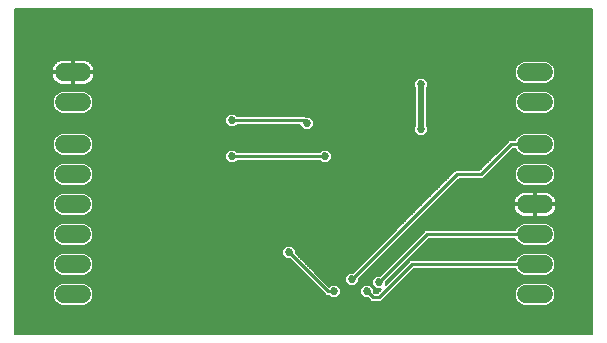
<source format=gbl>
G75*
%MOIN*%
%OFA0B0*%
%FSLAX25Y25*%
%IPPOS*%
%LPD*%
%AMOC8*
5,1,8,0,0,1.08239X$1,22.5*
%
%ADD10C,0.05906*%
%ADD11C,0.00600*%
%ADD12C,0.02700*%
%ADD13C,0.02000*%
%ADD14C,0.01000*%
D10*
X0019347Y0016300D02*
X0025253Y0016300D01*
X0025253Y0026300D02*
X0019347Y0026300D01*
X0019347Y0036300D02*
X0025253Y0036300D01*
X0025253Y0046300D02*
X0019347Y0046300D01*
X0019347Y0056300D02*
X0025253Y0056300D01*
X0025253Y0066300D02*
X0019347Y0066300D01*
X0019347Y0080300D02*
X0025253Y0080300D01*
X0025253Y0090300D02*
X0019347Y0090300D01*
X0173347Y0090300D02*
X0179253Y0090300D01*
X0179253Y0080300D02*
X0173347Y0080300D01*
X0173347Y0066300D02*
X0179253Y0066300D01*
X0179253Y0056300D02*
X0173347Y0056300D01*
X0173347Y0046300D02*
X0179253Y0046300D01*
X0179253Y0036300D02*
X0173347Y0036300D01*
X0173347Y0026300D02*
X0179253Y0026300D01*
X0179253Y0016300D02*
X0173347Y0016300D01*
D11*
X0003100Y0003100D02*
X0003100Y0111300D01*
X0195201Y0111300D01*
X0195201Y0003100D01*
X0003100Y0003100D01*
X0003100Y0003694D02*
X0195201Y0003694D01*
X0195201Y0004293D02*
X0003100Y0004293D01*
X0003100Y0004891D02*
X0195201Y0004891D01*
X0195201Y0005490D02*
X0003100Y0005490D01*
X0003100Y0006088D02*
X0195201Y0006088D01*
X0195201Y0006687D02*
X0003100Y0006687D01*
X0003100Y0007285D02*
X0195201Y0007285D01*
X0195201Y0007884D02*
X0003100Y0007884D01*
X0003100Y0008482D02*
X0195201Y0008482D01*
X0195201Y0009081D02*
X0003100Y0009081D01*
X0003100Y0009679D02*
X0195201Y0009679D01*
X0195201Y0010278D02*
X0003100Y0010278D01*
X0003100Y0010876D02*
X0195201Y0010876D01*
X0195201Y0011475D02*
X0003100Y0011475D01*
X0003100Y0012073D02*
X0195201Y0012073D01*
X0195201Y0012672D02*
X0180561Y0012672D01*
X0180019Y0012447D02*
X0181435Y0013034D01*
X0182519Y0014118D01*
X0183105Y0015534D01*
X0183105Y0017066D01*
X0182519Y0018482D01*
X0181435Y0019566D01*
X0180019Y0020153D01*
X0172581Y0020153D01*
X0171165Y0019566D01*
X0170081Y0018482D01*
X0169494Y0017066D01*
X0169494Y0015534D01*
X0170081Y0014118D01*
X0171165Y0013034D01*
X0172581Y0012447D01*
X0180019Y0012447D01*
X0181672Y0013270D02*
X0195201Y0013270D01*
X0195201Y0013869D02*
X0182270Y0013869D01*
X0182664Y0014467D02*
X0195201Y0014467D01*
X0195201Y0015066D02*
X0182912Y0015066D01*
X0183105Y0015664D02*
X0195201Y0015664D01*
X0195201Y0016263D02*
X0183105Y0016263D01*
X0183105Y0016861D02*
X0195201Y0016861D01*
X0195201Y0017460D02*
X0182943Y0017460D01*
X0182695Y0018058D02*
X0195201Y0018058D01*
X0195201Y0018657D02*
X0182345Y0018657D01*
X0181746Y0019255D02*
X0195201Y0019255D01*
X0195201Y0019854D02*
X0180741Y0019854D01*
X0180019Y0022447D02*
X0181435Y0023034D01*
X0182519Y0024118D01*
X0183105Y0025534D01*
X0183105Y0027066D01*
X0182519Y0028482D01*
X0181435Y0029566D01*
X0180019Y0030153D01*
X0172581Y0030153D01*
X0171165Y0029566D01*
X0170081Y0028482D01*
X0169757Y0027700D01*
X0134720Y0027700D01*
X0133900Y0026880D01*
X0126550Y0019530D01*
X0126550Y0020570D01*
X0140880Y0034900D01*
X0169757Y0034900D01*
X0170081Y0034118D01*
X0171165Y0033034D01*
X0172581Y0032447D01*
X0180019Y0032447D01*
X0181435Y0033034D01*
X0182519Y0034118D01*
X0183105Y0035534D01*
X0183105Y0037066D01*
X0182519Y0038482D01*
X0181435Y0039566D01*
X0180019Y0040153D01*
X0172581Y0040153D01*
X0171165Y0039566D01*
X0170081Y0038482D01*
X0169757Y0037700D01*
X0139720Y0037700D01*
X0138900Y0036880D01*
X0124570Y0022550D01*
X0123368Y0022550D01*
X0122050Y0021232D01*
X0122050Y0019368D01*
X0123368Y0018050D01*
X0125070Y0018050D01*
X0123720Y0016700D01*
X0122880Y0016700D01*
X0122550Y0017030D01*
X0122550Y0018232D01*
X0121232Y0019550D01*
X0119368Y0019550D01*
X0118050Y0018232D01*
X0118050Y0016368D01*
X0119368Y0015050D01*
X0120570Y0015050D01*
X0120900Y0014720D01*
X0121720Y0013900D01*
X0124880Y0013900D01*
X0135880Y0024900D01*
X0169757Y0024900D01*
X0170081Y0024118D01*
X0171165Y0023034D01*
X0172581Y0022447D01*
X0180019Y0022447D01*
X0180983Y0022846D02*
X0195201Y0022846D01*
X0195201Y0022248D02*
X0133228Y0022248D01*
X0133826Y0022846D02*
X0171617Y0022846D01*
X0170754Y0023445D02*
X0134425Y0023445D01*
X0135023Y0024043D02*
X0170155Y0024043D01*
X0169864Y0024642D02*
X0135622Y0024642D01*
X0132859Y0025839D02*
X0131819Y0025839D01*
X0132261Y0025240D02*
X0131220Y0025240D01*
X0131662Y0024642D02*
X0130622Y0024642D01*
X0131064Y0024043D02*
X0130023Y0024043D01*
X0130465Y0023445D02*
X0129425Y0023445D01*
X0129867Y0022846D02*
X0128826Y0022846D01*
X0129268Y0022248D02*
X0128228Y0022248D01*
X0128670Y0021649D02*
X0127629Y0021649D01*
X0128071Y0021051D02*
X0127031Y0021051D01*
X0127472Y0020452D02*
X0126550Y0020452D01*
X0126550Y0019854D02*
X0126874Y0019854D01*
X0129637Y0018657D02*
X0170255Y0018657D01*
X0169905Y0018058D02*
X0129038Y0018058D01*
X0128440Y0017460D02*
X0169657Y0017460D01*
X0169494Y0016861D02*
X0127841Y0016861D01*
X0127243Y0016263D02*
X0169494Y0016263D01*
X0169494Y0015664D02*
X0126644Y0015664D01*
X0126046Y0015066D02*
X0169688Y0015066D01*
X0169936Y0014467D02*
X0125447Y0014467D01*
X0123881Y0016861D02*
X0122719Y0016861D01*
X0122550Y0017460D02*
X0124480Y0017460D01*
X0123360Y0018058D02*
X0122550Y0018058D01*
X0122761Y0018657D02*
X0122125Y0018657D01*
X0122163Y0019255D02*
X0121527Y0019255D01*
X0122050Y0019854D02*
X0117036Y0019854D01*
X0117550Y0020368D02*
X0116232Y0019050D01*
X0114368Y0019050D01*
X0113050Y0020368D01*
X0113050Y0022232D01*
X0114368Y0023550D01*
X0115570Y0023550D01*
X0149720Y0057700D01*
X0157720Y0057700D01*
X0166900Y0066880D01*
X0166900Y0066880D01*
X0167720Y0067700D01*
X0169757Y0067700D01*
X0170081Y0068482D01*
X0171165Y0069566D01*
X0172581Y0070153D01*
X0180019Y0070153D01*
X0181435Y0069566D01*
X0182519Y0068482D01*
X0183105Y0067066D01*
X0183105Y0065534D01*
X0182519Y0064118D01*
X0181435Y0063034D01*
X0180019Y0062447D01*
X0172581Y0062447D01*
X0171165Y0063034D01*
X0170081Y0064118D01*
X0169757Y0064900D01*
X0168880Y0064900D01*
X0158880Y0054900D01*
X0150880Y0054900D01*
X0117550Y0021570D01*
X0117550Y0020368D01*
X0117550Y0020452D02*
X0122050Y0020452D01*
X0122050Y0021051D02*
X0117550Y0021051D01*
X0117629Y0021649D02*
X0122467Y0021649D01*
X0123066Y0022248D02*
X0118228Y0022248D01*
X0118826Y0022846D02*
X0124867Y0022846D01*
X0125465Y0023445D02*
X0119425Y0023445D01*
X0120023Y0024043D02*
X0126064Y0024043D01*
X0126662Y0024642D02*
X0120622Y0024642D01*
X0121220Y0025240D02*
X0127261Y0025240D01*
X0127859Y0025839D02*
X0121819Y0025839D01*
X0122417Y0026437D02*
X0128458Y0026437D01*
X0129056Y0027036D02*
X0123016Y0027036D01*
X0123614Y0027634D02*
X0129655Y0027634D01*
X0130253Y0028233D02*
X0124213Y0028233D01*
X0124811Y0028832D02*
X0130852Y0028832D01*
X0131450Y0029430D02*
X0125410Y0029430D01*
X0126008Y0030029D02*
X0132049Y0030029D01*
X0132647Y0030627D02*
X0126607Y0030627D01*
X0127205Y0031226D02*
X0133246Y0031226D01*
X0133844Y0031824D02*
X0127804Y0031824D01*
X0128402Y0032423D02*
X0134443Y0032423D01*
X0135041Y0033021D02*
X0129001Y0033021D01*
X0129600Y0033620D02*
X0135640Y0033620D01*
X0136238Y0034218D02*
X0130198Y0034218D01*
X0130797Y0034817D02*
X0136837Y0034817D01*
X0137435Y0035415D02*
X0131395Y0035415D01*
X0131994Y0036014D02*
X0138034Y0036014D01*
X0138632Y0036612D02*
X0132592Y0036612D01*
X0133191Y0037211D02*
X0139231Y0037211D01*
X0140797Y0034817D02*
X0169791Y0034817D01*
X0170039Y0034218D02*
X0140198Y0034218D01*
X0139600Y0033620D02*
X0170579Y0033620D01*
X0171195Y0033021D02*
X0139001Y0033021D01*
X0138402Y0032423D02*
X0195201Y0032423D01*
X0195201Y0033021D02*
X0181405Y0033021D01*
X0182021Y0033620D02*
X0195201Y0033620D01*
X0195201Y0034218D02*
X0182561Y0034218D01*
X0182809Y0034817D02*
X0195201Y0034817D01*
X0195201Y0035415D02*
X0183056Y0035415D01*
X0183105Y0036014D02*
X0195201Y0036014D01*
X0195201Y0036612D02*
X0183105Y0036612D01*
X0183046Y0037211D02*
X0195201Y0037211D01*
X0195201Y0037809D02*
X0182798Y0037809D01*
X0182550Y0038408D02*
X0195201Y0038408D01*
X0195201Y0039006D02*
X0181995Y0039006D01*
X0181342Y0039605D02*
X0195201Y0039605D01*
X0195201Y0040203D02*
X0136183Y0040203D01*
X0135585Y0039605D02*
X0171258Y0039605D01*
X0170605Y0039006D02*
X0134986Y0039006D01*
X0134388Y0038408D02*
X0170050Y0038408D01*
X0169802Y0037809D02*
X0133789Y0037809D01*
X0131625Y0039605D02*
X0027342Y0039605D01*
X0027435Y0039566D02*
X0026019Y0040153D01*
X0018581Y0040153D01*
X0017165Y0039566D01*
X0016081Y0038482D01*
X0015494Y0037066D01*
X0015494Y0035534D01*
X0016081Y0034118D01*
X0017165Y0033034D01*
X0018581Y0032447D01*
X0026019Y0032447D01*
X0027435Y0033034D01*
X0028519Y0034118D01*
X0029105Y0035534D01*
X0029105Y0037066D01*
X0028519Y0038482D01*
X0027435Y0039566D01*
X0027995Y0039006D02*
X0131026Y0039006D01*
X0130428Y0038408D02*
X0028550Y0038408D01*
X0028798Y0037809D02*
X0129829Y0037809D01*
X0129231Y0037211D02*
X0029046Y0037211D01*
X0029105Y0036612D02*
X0128632Y0036612D01*
X0128034Y0036014D02*
X0029105Y0036014D01*
X0029056Y0035415D02*
X0127435Y0035415D01*
X0126837Y0034817D02*
X0028809Y0034817D01*
X0028561Y0034218D02*
X0126238Y0034218D01*
X0125640Y0033620D02*
X0028021Y0033620D01*
X0027405Y0033021D02*
X0125041Y0033021D01*
X0124443Y0032423D02*
X0095359Y0032423D01*
X0095232Y0032550D02*
X0093368Y0032550D01*
X0092050Y0031232D01*
X0092050Y0029368D01*
X0093368Y0028050D01*
X0094570Y0028050D01*
X0105900Y0016720D01*
X0106720Y0015900D01*
X0107518Y0015900D01*
X0108368Y0015050D01*
X0110232Y0015050D01*
X0111550Y0016368D01*
X0111550Y0018232D01*
X0110232Y0019550D01*
X0108368Y0019550D01*
X0107699Y0018881D01*
X0096550Y0030030D01*
X0096550Y0031232D01*
X0095232Y0032550D01*
X0095958Y0031824D02*
X0123844Y0031824D01*
X0123246Y0031226D02*
X0096550Y0031226D01*
X0096550Y0030627D02*
X0122647Y0030627D01*
X0122049Y0030029D02*
X0096551Y0030029D01*
X0097150Y0029430D02*
X0121450Y0029430D01*
X0120852Y0028832D02*
X0097748Y0028832D01*
X0098347Y0028233D02*
X0120253Y0028233D01*
X0119655Y0027634D02*
X0098945Y0027634D01*
X0099544Y0027036D02*
X0119056Y0027036D01*
X0118458Y0026437D02*
X0100142Y0026437D01*
X0100741Y0025839D02*
X0117859Y0025839D01*
X0117261Y0025240D02*
X0101339Y0025240D01*
X0101938Y0024642D02*
X0116662Y0024642D01*
X0116064Y0024043D02*
X0102536Y0024043D01*
X0103135Y0023445D02*
X0114263Y0023445D01*
X0113664Y0022846D02*
X0103733Y0022846D01*
X0104332Y0022248D02*
X0113066Y0022248D01*
X0113050Y0021649D02*
X0104930Y0021649D01*
X0105529Y0021051D02*
X0113050Y0021051D01*
X0113050Y0020452D02*
X0106128Y0020452D01*
X0106726Y0019854D02*
X0113564Y0019854D01*
X0114163Y0019255D02*
X0110527Y0019255D01*
X0111125Y0018657D02*
X0118475Y0018657D01*
X0118050Y0018058D02*
X0111550Y0018058D01*
X0111550Y0017460D02*
X0118050Y0017460D01*
X0118050Y0016861D02*
X0111550Y0016861D01*
X0111445Y0016263D02*
X0118155Y0016263D01*
X0118754Y0015664D02*
X0110846Y0015664D01*
X0110248Y0015066D02*
X0119352Y0015066D01*
X0121153Y0014467D02*
X0028664Y0014467D01*
X0028519Y0014118D02*
X0029105Y0015534D01*
X0029105Y0017066D01*
X0028519Y0018482D01*
X0027435Y0019566D01*
X0026019Y0020153D01*
X0018581Y0020153D01*
X0017165Y0019566D01*
X0016081Y0018482D01*
X0015494Y0017066D01*
X0015494Y0015534D01*
X0016081Y0014118D01*
X0017165Y0013034D01*
X0018581Y0012447D01*
X0026019Y0012447D01*
X0027435Y0013034D01*
X0028519Y0014118D01*
X0028270Y0013869D02*
X0170330Y0013869D01*
X0170928Y0013270D02*
X0027672Y0013270D01*
X0026561Y0012672D02*
X0172039Y0012672D01*
X0170854Y0019255D02*
X0130235Y0019255D01*
X0130834Y0019854D02*
X0171859Y0019854D01*
X0181846Y0023445D02*
X0195201Y0023445D01*
X0195201Y0024043D02*
X0182445Y0024043D01*
X0182736Y0024642D02*
X0195201Y0024642D01*
X0195201Y0025240D02*
X0182984Y0025240D01*
X0183105Y0025839D02*
X0195201Y0025839D01*
X0195201Y0026437D02*
X0183105Y0026437D01*
X0183105Y0027036D02*
X0195201Y0027036D01*
X0195201Y0027634D02*
X0182870Y0027634D01*
X0182622Y0028233D02*
X0195201Y0028233D01*
X0195201Y0028832D02*
X0182170Y0028832D01*
X0181571Y0029430D02*
X0195201Y0029430D01*
X0195201Y0030029D02*
X0180319Y0030029D01*
X0172281Y0030029D02*
X0136008Y0030029D01*
X0136607Y0030627D02*
X0195201Y0030627D01*
X0195201Y0031226D02*
X0137205Y0031226D01*
X0137804Y0031824D02*
X0195201Y0031824D01*
X0195201Y0040802D02*
X0136782Y0040802D01*
X0137380Y0041400D02*
X0195201Y0041400D01*
X0195201Y0041999D02*
X0137979Y0041999D01*
X0138577Y0042597D02*
X0171247Y0042597D01*
X0171118Y0042663D02*
X0171715Y0042359D01*
X0172351Y0042152D01*
X0173013Y0042047D01*
X0176000Y0042047D01*
X0176000Y0046000D01*
X0176600Y0046000D01*
X0176600Y0046600D01*
X0176000Y0046600D01*
X0176000Y0050553D01*
X0173013Y0050553D01*
X0172351Y0050448D01*
X0171715Y0050241D01*
X0171118Y0049937D01*
X0170577Y0049544D01*
X0170103Y0049070D01*
X0169710Y0048529D01*
X0169406Y0047932D01*
X0169199Y0047296D01*
X0169094Y0046635D01*
X0169094Y0046600D01*
X0176000Y0046600D01*
X0176000Y0046000D01*
X0169094Y0046000D01*
X0169094Y0045965D01*
X0169199Y0045304D01*
X0169406Y0044667D01*
X0169710Y0044071D01*
X0170103Y0043530D01*
X0170577Y0043056D01*
X0171118Y0042663D01*
X0170437Y0043196D02*
X0139176Y0043196D01*
X0139774Y0043794D02*
X0169911Y0043794D01*
X0169546Y0044393D02*
X0140373Y0044393D01*
X0140971Y0044991D02*
X0169301Y0044991D01*
X0169154Y0045590D02*
X0141570Y0045590D01*
X0142168Y0046188D02*
X0176000Y0046188D01*
X0176000Y0045590D02*
X0176600Y0045590D01*
X0176600Y0046000D02*
X0176600Y0042047D01*
X0179587Y0042047D01*
X0180249Y0042152D01*
X0180885Y0042359D01*
X0181482Y0042663D01*
X0182023Y0043056D01*
X0182497Y0043530D01*
X0182890Y0044071D01*
X0183194Y0044667D01*
X0183401Y0045304D01*
X0183505Y0045965D01*
X0183505Y0046000D01*
X0176600Y0046000D01*
X0176600Y0046188D02*
X0195201Y0046188D01*
X0195201Y0045590D02*
X0183446Y0045590D01*
X0183299Y0044991D02*
X0195201Y0044991D01*
X0195201Y0044393D02*
X0183054Y0044393D01*
X0182689Y0043794D02*
X0195201Y0043794D01*
X0195201Y0043196D02*
X0182163Y0043196D01*
X0181353Y0042597D02*
X0195201Y0042597D01*
X0195201Y0046787D02*
X0183481Y0046787D01*
X0183505Y0046635D02*
X0183401Y0047296D01*
X0183194Y0047932D01*
X0182890Y0048529D01*
X0182497Y0049070D01*
X0182023Y0049544D01*
X0181482Y0049937D01*
X0180885Y0050241D01*
X0180249Y0050448D01*
X0179587Y0050553D01*
X0176600Y0050553D01*
X0176600Y0046600D01*
X0183505Y0046600D01*
X0183505Y0046635D01*
X0183372Y0047385D02*
X0195201Y0047385D01*
X0195201Y0047984D02*
X0183168Y0047984D01*
X0182851Y0048582D02*
X0195201Y0048582D01*
X0195201Y0049181D02*
X0182386Y0049181D01*
X0181699Y0049779D02*
X0195201Y0049779D01*
X0195201Y0050378D02*
X0180464Y0050378D01*
X0180019Y0052447D02*
X0181435Y0053034D01*
X0182519Y0054118D01*
X0183105Y0055534D01*
X0183105Y0057066D01*
X0182519Y0058482D01*
X0181435Y0059566D01*
X0180019Y0060153D01*
X0172581Y0060153D01*
X0171165Y0059566D01*
X0170081Y0058482D01*
X0169494Y0057066D01*
X0169494Y0055534D01*
X0170081Y0054118D01*
X0171165Y0053034D01*
X0172581Y0052447D01*
X0180019Y0052447D01*
X0180803Y0052772D02*
X0195201Y0052772D01*
X0195201Y0053370D02*
X0181772Y0053370D01*
X0182370Y0053969D02*
X0195201Y0053969D01*
X0195201Y0054568D02*
X0182705Y0054568D01*
X0182953Y0055166D02*
X0195201Y0055166D01*
X0195201Y0055765D02*
X0183105Y0055765D01*
X0183105Y0056363D02*
X0195201Y0056363D01*
X0195201Y0056962D02*
X0183105Y0056962D01*
X0182901Y0057560D02*
X0195201Y0057560D01*
X0195201Y0058159D02*
X0182653Y0058159D01*
X0182244Y0058757D02*
X0195201Y0058757D01*
X0195201Y0059356D02*
X0181646Y0059356D01*
X0180499Y0059954D02*
X0195201Y0059954D01*
X0195201Y0060553D02*
X0164533Y0060553D01*
X0165131Y0061151D02*
X0195201Y0061151D01*
X0195201Y0061750D02*
X0165730Y0061750D01*
X0166328Y0062348D02*
X0195201Y0062348D01*
X0195201Y0062947D02*
X0181225Y0062947D01*
X0181947Y0063545D02*
X0195201Y0063545D01*
X0195201Y0064144D02*
X0182530Y0064144D01*
X0182778Y0064742D02*
X0195201Y0064742D01*
X0195201Y0065341D02*
X0183026Y0065341D01*
X0183105Y0065939D02*
X0195201Y0065939D01*
X0195201Y0066538D02*
X0183105Y0066538D01*
X0183077Y0067136D02*
X0195201Y0067136D01*
X0195201Y0067735D02*
X0182829Y0067735D01*
X0182581Y0068333D02*
X0195201Y0068333D01*
X0195201Y0068932D02*
X0182070Y0068932D01*
X0181471Y0069530D02*
X0195201Y0069530D01*
X0195201Y0070129D02*
X0180077Y0070129D01*
X0172523Y0070129D02*
X0140311Y0070129D01*
X0140550Y0070368D02*
X0139232Y0069050D01*
X0137368Y0069050D01*
X0136050Y0070368D01*
X0136050Y0072232D01*
X0136400Y0072582D01*
X0136400Y0085018D01*
X0136050Y0085368D01*
X0136050Y0087232D01*
X0137368Y0088550D01*
X0139232Y0088550D01*
X0140550Y0087232D01*
X0140550Y0085368D01*
X0140200Y0085018D01*
X0140200Y0072582D01*
X0140550Y0072232D01*
X0140550Y0070368D01*
X0140550Y0070727D02*
X0195201Y0070727D01*
X0195201Y0071326D02*
X0140550Y0071326D01*
X0140550Y0071924D02*
X0195201Y0071924D01*
X0195201Y0072523D02*
X0140259Y0072523D01*
X0140200Y0073121D02*
X0195201Y0073121D01*
X0195201Y0073720D02*
X0140200Y0073720D01*
X0140200Y0074318D02*
X0195201Y0074318D01*
X0195201Y0074917D02*
X0140200Y0074917D01*
X0140200Y0075515D02*
X0195201Y0075515D01*
X0195201Y0076114D02*
X0140200Y0076114D01*
X0140200Y0076712D02*
X0171941Y0076712D01*
X0172581Y0076447D02*
X0171165Y0077034D01*
X0170081Y0078118D01*
X0169494Y0079534D01*
X0169494Y0081066D01*
X0170081Y0082482D01*
X0171165Y0083566D01*
X0172581Y0084153D01*
X0180019Y0084153D01*
X0181435Y0083566D01*
X0182519Y0082482D01*
X0183105Y0081066D01*
X0183105Y0079534D01*
X0182519Y0078118D01*
X0181435Y0077034D01*
X0180019Y0076447D01*
X0172581Y0076447D01*
X0170888Y0077311D02*
X0140200Y0077311D01*
X0140200Y0077909D02*
X0170289Y0077909D01*
X0169919Y0078508D02*
X0140200Y0078508D01*
X0140200Y0079106D02*
X0169671Y0079106D01*
X0169494Y0079705D02*
X0140200Y0079705D01*
X0140200Y0080303D02*
X0169494Y0080303D01*
X0169494Y0080902D02*
X0140200Y0080902D01*
X0140200Y0081501D02*
X0169674Y0081501D01*
X0169922Y0082099D02*
X0140200Y0082099D01*
X0140200Y0082698D02*
X0170296Y0082698D01*
X0170895Y0083296D02*
X0140200Y0083296D01*
X0140200Y0083895D02*
X0171958Y0083895D01*
X0172581Y0086447D02*
X0180019Y0086447D01*
X0181435Y0087034D01*
X0182519Y0088118D01*
X0183105Y0089534D01*
X0183105Y0091066D01*
X0182519Y0092482D01*
X0181435Y0093566D01*
X0180019Y0094153D01*
X0172581Y0094153D01*
X0171165Y0093566D01*
X0170081Y0092482D01*
X0169494Y0091066D01*
X0169494Y0089534D01*
X0170081Y0088118D01*
X0171165Y0087034D01*
X0172581Y0086447D01*
X0171519Y0086887D02*
X0140550Y0086887D01*
X0140550Y0086289D02*
X0195201Y0086289D01*
X0195201Y0086887D02*
X0181081Y0086887D01*
X0181887Y0087486D02*
X0195201Y0087486D01*
X0195201Y0088084D02*
X0182486Y0088084D01*
X0182753Y0088683D02*
X0195201Y0088683D01*
X0195201Y0089281D02*
X0183001Y0089281D01*
X0183105Y0089880D02*
X0195201Y0089880D01*
X0195201Y0090478D02*
X0183105Y0090478D01*
X0183101Y0091077D02*
X0195201Y0091077D01*
X0195201Y0091675D02*
X0182853Y0091675D01*
X0182605Y0092274D02*
X0195201Y0092274D01*
X0195201Y0092872D02*
X0182129Y0092872D01*
X0181531Y0093471D02*
X0195201Y0093471D01*
X0195201Y0094069D02*
X0180221Y0094069D01*
X0172379Y0094069D02*
X0027223Y0094069D01*
X0027482Y0093937D02*
X0026885Y0094241D01*
X0026249Y0094448D01*
X0025587Y0094553D01*
X0022600Y0094553D01*
X0022600Y0090600D01*
X0022000Y0090600D01*
X0022000Y0094553D01*
X0019013Y0094553D01*
X0018351Y0094448D01*
X0017715Y0094241D01*
X0017118Y0093937D01*
X0016577Y0093544D01*
X0016103Y0093070D01*
X0015710Y0092529D01*
X0015406Y0091932D01*
X0015199Y0091296D01*
X0015094Y0090635D01*
X0015094Y0090600D01*
X0022000Y0090600D01*
X0022000Y0090000D01*
X0022600Y0090000D01*
X0022600Y0090600D01*
X0029505Y0090600D01*
X0029505Y0090635D01*
X0029401Y0091296D01*
X0029194Y0091932D01*
X0028890Y0092529D01*
X0028497Y0093070D01*
X0028023Y0093544D01*
X0027482Y0093937D01*
X0028096Y0093471D02*
X0171069Y0093471D01*
X0170471Y0092872D02*
X0028641Y0092872D01*
X0029020Y0092274D02*
X0169995Y0092274D01*
X0169747Y0091675D02*
X0029278Y0091675D01*
X0029436Y0091077D02*
X0169499Y0091077D01*
X0169494Y0090478D02*
X0022600Y0090478D01*
X0022600Y0090000D02*
X0029505Y0090000D01*
X0029505Y0089965D01*
X0029401Y0089304D01*
X0029194Y0088667D01*
X0028890Y0088071D01*
X0028497Y0087530D01*
X0028023Y0087056D01*
X0027482Y0086663D01*
X0026885Y0086359D01*
X0026249Y0086152D01*
X0025587Y0086047D01*
X0022600Y0086047D01*
X0022600Y0090000D01*
X0022600Y0089880D02*
X0022000Y0089880D01*
X0022000Y0090000D02*
X0022000Y0086047D01*
X0019013Y0086047D01*
X0018351Y0086152D01*
X0017715Y0086359D01*
X0017118Y0086663D01*
X0016577Y0087056D01*
X0016103Y0087530D01*
X0015710Y0088071D01*
X0015406Y0088667D01*
X0015199Y0089304D01*
X0015094Y0089965D01*
X0015094Y0090000D01*
X0022000Y0090000D01*
X0022000Y0090478D02*
X0003100Y0090478D01*
X0003100Y0089880D02*
X0015108Y0089880D01*
X0015207Y0089281D02*
X0003100Y0089281D01*
X0003100Y0088683D02*
X0015401Y0088683D01*
X0015703Y0088084D02*
X0003100Y0088084D01*
X0003100Y0087486D02*
X0016147Y0087486D01*
X0016809Y0086887D02*
X0003100Y0086887D01*
X0003100Y0086289D02*
X0017931Y0086289D01*
X0018581Y0084153D02*
X0017165Y0083566D01*
X0016081Y0082482D01*
X0015494Y0081066D01*
X0015494Y0079534D01*
X0016081Y0078118D01*
X0017165Y0077034D01*
X0018581Y0076447D01*
X0026019Y0076447D01*
X0027435Y0077034D01*
X0028519Y0078118D01*
X0029105Y0079534D01*
X0029105Y0081066D01*
X0028519Y0082482D01*
X0027435Y0083566D01*
X0026019Y0084153D01*
X0018581Y0084153D01*
X0017958Y0083895D02*
X0003100Y0083895D01*
X0003100Y0084493D02*
X0136400Y0084493D01*
X0136400Y0083895D02*
X0026642Y0083895D01*
X0027705Y0083296D02*
X0136400Y0083296D01*
X0136400Y0082698D02*
X0028304Y0082698D01*
X0028678Y0082099D02*
X0136400Y0082099D01*
X0136400Y0081501D02*
X0028926Y0081501D01*
X0029105Y0080902D02*
X0136400Y0080902D01*
X0136400Y0080303D02*
X0029105Y0080303D01*
X0029105Y0079705D02*
X0136400Y0079705D01*
X0136400Y0079106D02*
X0028929Y0079106D01*
X0028681Y0078508D02*
X0136400Y0078508D01*
X0136400Y0077909D02*
X0028311Y0077909D01*
X0027712Y0077311D02*
X0136400Y0077311D01*
X0136400Y0076712D02*
X0026659Y0076712D01*
X0017941Y0076712D02*
X0003100Y0076712D01*
X0003100Y0076114D02*
X0073932Y0076114D01*
X0074368Y0076550D02*
X0073050Y0075232D01*
X0073050Y0073368D01*
X0074368Y0072050D01*
X0076232Y0072050D01*
X0077082Y0072900D01*
X0098050Y0072900D01*
X0098050Y0072368D01*
X0099368Y0071050D01*
X0101232Y0071050D01*
X0102550Y0072368D01*
X0102550Y0074232D01*
X0101232Y0075550D01*
X0100030Y0075550D01*
X0099880Y0075700D01*
X0077082Y0075700D01*
X0076232Y0076550D01*
X0074368Y0076550D01*
X0073333Y0075515D02*
X0003100Y0075515D01*
X0003100Y0074917D02*
X0073050Y0074917D01*
X0073050Y0074318D02*
X0003100Y0074318D01*
X0003100Y0073720D02*
X0073050Y0073720D01*
X0073297Y0073121D02*
X0003100Y0073121D01*
X0003100Y0072523D02*
X0073895Y0072523D01*
X0076705Y0072523D02*
X0098050Y0072523D01*
X0098494Y0071924D02*
X0003100Y0071924D01*
X0003100Y0071326D02*
X0099092Y0071326D01*
X0101508Y0071326D02*
X0136050Y0071326D01*
X0136050Y0071924D02*
X0102106Y0071924D01*
X0102550Y0072523D02*
X0136341Y0072523D01*
X0136400Y0073121D02*
X0102550Y0073121D01*
X0102550Y0073720D02*
X0136400Y0073720D01*
X0136400Y0074318D02*
X0102464Y0074318D01*
X0101865Y0074917D02*
X0136400Y0074917D01*
X0136400Y0075515D02*
X0101267Y0075515D01*
X0105368Y0064550D02*
X0104518Y0063700D01*
X0077082Y0063700D01*
X0076232Y0064550D01*
X0074368Y0064550D01*
X0073050Y0063232D01*
X0073050Y0061368D01*
X0074368Y0060050D01*
X0076232Y0060050D01*
X0077082Y0060900D01*
X0104518Y0060900D01*
X0105368Y0060050D01*
X0107232Y0060050D01*
X0108550Y0061368D01*
X0108550Y0063232D01*
X0107232Y0064550D01*
X0105368Y0064550D01*
X0104962Y0064144D02*
X0076638Y0064144D01*
X0073962Y0064144D02*
X0028530Y0064144D01*
X0028519Y0064118D02*
X0029105Y0065534D01*
X0029105Y0067066D01*
X0028519Y0068482D01*
X0027435Y0069566D01*
X0026019Y0070153D01*
X0018581Y0070153D01*
X0017165Y0069566D01*
X0016081Y0068482D01*
X0015494Y0067066D01*
X0015494Y0065534D01*
X0016081Y0064118D01*
X0017165Y0063034D01*
X0018581Y0062447D01*
X0026019Y0062447D01*
X0027435Y0063034D01*
X0028519Y0064118D01*
X0028778Y0064742D02*
X0164762Y0064742D01*
X0164164Y0064144D02*
X0107638Y0064144D01*
X0108237Y0063545D02*
X0163565Y0063545D01*
X0162967Y0062947D02*
X0108550Y0062947D01*
X0108550Y0062348D02*
X0162368Y0062348D01*
X0161770Y0061750D02*
X0108550Y0061750D01*
X0108333Y0061151D02*
X0161171Y0061151D01*
X0160573Y0060553D02*
X0107735Y0060553D01*
X0104865Y0060553D02*
X0076735Y0060553D01*
X0073865Y0060553D02*
X0003100Y0060553D01*
X0003100Y0061151D02*
X0073267Y0061151D01*
X0073050Y0061750D02*
X0003100Y0061750D01*
X0003100Y0062348D02*
X0073050Y0062348D01*
X0073050Y0062947D02*
X0027225Y0062947D01*
X0027947Y0063545D02*
X0073363Y0063545D01*
X0076668Y0076114D02*
X0136400Y0076114D01*
X0136050Y0070727D02*
X0003100Y0070727D01*
X0003100Y0070129D02*
X0018523Y0070129D01*
X0017129Y0069530D02*
X0003100Y0069530D01*
X0003100Y0068932D02*
X0016530Y0068932D01*
X0016019Y0068333D02*
X0003100Y0068333D01*
X0003100Y0067735D02*
X0015771Y0067735D01*
X0015523Y0067136D02*
X0003100Y0067136D01*
X0003100Y0066538D02*
X0015494Y0066538D01*
X0015494Y0065939D02*
X0003100Y0065939D01*
X0003100Y0065341D02*
X0015574Y0065341D01*
X0015822Y0064742D02*
X0003100Y0064742D01*
X0003100Y0064144D02*
X0016070Y0064144D01*
X0016653Y0063545D02*
X0003100Y0063545D01*
X0003100Y0062947D02*
X0017375Y0062947D01*
X0018581Y0060153D02*
X0017165Y0059566D01*
X0016081Y0058482D01*
X0015494Y0057066D01*
X0015494Y0055534D01*
X0016081Y0054118D01*
X0017165Y0053034D01*
X0018581Y0052447D01*
X0026019Y0052447D01*
X0027435Y0053034D01*
X0028519Y0054118D01*
X0029105Y0055534D01*
X0029105Y0057066D01*
X0028519Y0058482D01*
X0027435Y0059566D01*
X0026019Y0060153D01*
X0018581Y0060153D01*
X0018101Y0059954D02*
X0003100Y0059954D01*
X0003100Y0059356D02*
X0016954Y0059356D01*
X0016356Y0058757D02*
X0003100Y0058757D01*
X0003100Y0058159D02*
X0015947Y0058159D01*
X0015699Y0057560D02*
X0003100Y0057560D01*
X0003100Y0056962D02*
X0015494Y0056962D01*
X0015494Y0056363D02*
X0003100Y0056363D01*
X0003100Y0055765D02*
X0015494Y0055765D01*
X0015647Y0055166D02*
X0003100Y0055166D01*
X0003100Y0054568D02*
X0015895Y0054568D01*
X0016230Y0053969D02*
X0003100Y0053969D01*
X0003100Y0053370D02*
X0016828Y0053370D01*
X0017797Y0052772D02*
X0003100Y0052772D01*
X0003100Y0052173D02*
X0144194Y0052173D01*
X0143595Y0051575D02*
X0003100Y0051575D01*
X0003100Y0050976D02*
X0142997Y0050976D01*
X0142398Y0050378D02*
X0003100Y0050378D01*
X0003100Y0049779D02*
X0017680Y0049779D01*
X0017165Y0049566D02*
X0016081Y0048482D01*
X0015494Y0047066D01*
X0015494Y0045534D01*
X0016081Y0044118D01*
X0017165Y0043034D01*
X0018581Y0042447D01*
X0026019Y0042447D01*
X0027435Y0043034D01*
X0028519Y0044118D01*
X0029105Y0045534D01*
X0029105Y0047066D01*
X0028519Y0048482D01*
X0027435Y0049566D01*
X0026019Y0050153D01*
X0018581Y0050153D01*
X0017165Y0049566D01*
X0016780Y0049181D02*
X0003100Y0049181D01*
X0003100Y0048582D02*
X0016181Y0048582D01*
X0015875Y0047984D02*
X0003100Y0047984D01*
X0003100Y0047385D02*
X0015627Y0047385D01*
X0015494Y0046787D02*
X0003100Y0046787D01*
X0003100Y0046188D02*
X0015494Y0046188D01*
X0015494Y0045590D02*
X0003100Y0045590D01*
X0003100Y0044991D02*
X0015719Y0044991D01*
X0015967Y0044393D02*
X0003100Y0044393D01*
X0003100Y0043794D02*
X0016404Y0043794D01*
X0017003Y0043196D02*
X0003100Y0043196D01*
X0003100Y0042597D02*
X0018219Y0042597D01*
X0017258Y0039605D02*
X0003100Y0039605D01*
X0003100Y0040203D02*
X0132223Y0040203D01*
X0132822Y0040802D02*
X0003100Y0040802D01*
X0003100Y0041400D02*
X0133420Y0041400D01*
X0134019Y0041999D02*
X0003100Y0041999D01*
X0003100Y0039006D02*
X0016605Y0039006D01*
X0016050Y0038408D02*
X0003100Y0038408D01*
X0003100Y0037809D02*
X0015802Y0037809D01*
X0015554Y0037211D02*
X0003100Y0037211D01*
X0003100Y0036612D02*
X0015494Y0036612D01*
X0015494Y0036014D02*
X0003100Y0036014D01*
X0003100Y0035415D02*
X0015544Y0035415D01*
X0015791Y0034817D02*
X0003100Y0034817D01*
X0003100Y0034218D02*
X0016039Y0034218D01*
X0016579Y0033620D02*
X0003100Y0033620D01*
X0003100Y0033021D02*
X0017195Y0033021D01*
X0018281Y0030029D02*
X0003100Y0030029D01*
X0003100Y0030627D02*
X0092050Y0030627D01*
X0092050Y0030029D02*
X0026319Y0030029D01*
X0026019Y0030153D02*
X0018581Y0030153D01*
X0017165Y0029566D01*
X0016081Y0028482D01*
X0015494Y0027066D01*
X0015494Y0025534D01*
X0016081Y0024118D01*
X0017165Y0023034D01*
X0018581Y0022447D01*
X0026019Y0022447D01*
X0027435Y0023034D01*
X0028519Y0024118D01*
X0029105Y0025534D01*
X0029105Y0027066D01*
X0028519Y0028482D01*
X0027435Y0029566D01*
X0026019Y0030153D01*
X0027571Y0029430D02*
X0092050Y0029430D01*
X0092586Y0028832D02*
X0028170Y0028832D01*
X0028622Y0028233D02*
X0093185Y0028233D01*
X0094986Y0027634D02*
X0028870Y0027634D01*
X0029105Y0027036D02*
X0095584Y0027036D01*
X0096183Y0026437D02*
X0029105Y0026437D01*
X0029105Y0025839D02*
X0096781Y0025839D01*
X0097380Y0025240D02*
X0028984Y0025240D01*
X0028736Y0024642D02*
X0097978Y0024642D01*
X0098577Y0024043D02*
X0028445Y0024043D01*
X0027846Y0023445D02*
X0099175Y0023445D01*
X0099774Y0022846D02*
X0026983Y0022846D01*
X0026741Y0019854D02*
X0102766Y0019854D01*
X0102168Y0020452D02*
X0003100Y0020452D01*
X0003100Y0019854D02*
X0017859Y0019854D01*
X0016854Y0019255D02*
X0003100Y0019255D01*
X0003100Y0018657D02*
X0016255Y0018657D01*
X0015905Y0018058D02*
X0003100Y0018058D01*
X0003100Y0017460D02*
X0015657Y0017460D01*
X0015494Y0016861D02*
X0003100Y0016861D01*
X0003100Y0016263D02*
X0015494Y0016263D01*
X0015494Y0015664D02*
X0003100Y0015664D01*
X0003100Y0015066D02*
X0015688Y0015066D01*
X0015936Y0014467D02*
X0003100Y0014467D01*
X0003100Y0013869D02*
X0016330Y0013869D01*
X0016928Y0013270D02*
X0003100Y0013270D01*
X0003100Y0012672D02*
X0018039Y0012672D01*
X0028912Y0015066D02*
X0108352Y0015066D01*
X0107754Y0015664D02*
X0029105Y0015664D01*
X0029105Y0016263D02*
X0106357Y0016263D01*
X0105759Y0016861D02*
X0029105Y0016861D01*
X0028943Y0017460D02*
X0105160Y0017460D01*
X0104562Y0018058D02*
X0028695Y0018058D01*
X0028345Y0018657D02*
X0103963Y0018657D01*
X0103365Y0019255D02*
X0027746Y0019255D01*
X0017617Y0022846D02*
X0003100Y0022846D01*
X0003100Y0022248D02*
X0100372Y0022248D01*
X0100971Y0021649D02*
X0003100Y0021649D01*
X0003100Y0021051D02*
X0101569Y0021051D01*
X0107325Y0019255D02*
X0108073Y0019255D01*
X0116437Y0019255D02*
X0119073Y0019255D01*
X0131432Y0020452D02*
X0195201Y0020452D01*
X0195201Y0021051D02*
X0132031Y0021051D01*
X0132629Y0021649D02*
X0195201Y0021649D01*
X0171029Y0029430D02*
X0135410Y0029430D01*
X0134811Y0028832D02*
X0170430Y0028832D01*
X0169978Y0028233D02*
X0134213Y0028233D01*
X0134655Y0027634D02*
X0133614Y0027634D01*
X0134056Y0027036D02*
X0133016Y0027036D01*
X0133458Y0026437D02*
X0132417Y0026437D01*
X0134617Y0042597D02*
X0026381Y0042597D01*
X0027597Y0043196D02*
X0135216Y0043196D01*
X0135814Y0043794D02*
X0028196Y0043794D01*
X0028633Y0044393D02*
X0136413Y0044393D01*
X0137011Y0044991D02*
X0028881Y0044991D01*
X0029105Y0045590D02*
X0137610Y0045590D01*
X0138208Y0046188D02*
X0029105Y0046188D01*
X0029105Y0046787D02*
X0138807Y0046787D01*
X0139405Y0047385D02*
X0028973Y0047385D01*
X0028725Y0047984D02*
X0140004Y0047984D01*
X0140602Y0048582D02*
X0028419Y0048582D01*
X0027820Y0049181D02*
X0141201Y0049181D01*
X0141800Y0049779D02*
X0026920Y0049779D01*
X0026803Y0052772D02*
X0144792Y0052772D01*
X0145391Y0053370D02*
X0027772Y0053370D01*
X0028370Y0053969D02*
X0145989Y0053969D01*
X0146588Y0054568D02*
X0028705Y0054568D01*
X0028953Y0055166D02*
X0147186Y0055166D01*
X0147785Y0055765D02*
X0029105Y0055765D01*
X0029105Y0056363D02*
X0148383Y0056363D01*
X0148982Y0056962D02*
X0029105Y0056962D01*
X0028901Y0057560D02*
X0149580Y0057560D01*
X0150547Y0054568D02*
X0169895Y0054568D01*
X0169647Y0055166D02*
X0159146Y0055166D01*
X0159744Y0055765D02*
X0169494Y0055765D01*
X0169494Y0056363D02*
X0160343Y0056363D01*
X0160941Y0056962D02*
X0169494Y0056962D01*
X0169699Y0057560D02*
X0161540Y0057560D01*
X0162138Y0058159D02*
X0169947Y0058159D01*
X0170356Y0058757D02*
X0162737Y0058757D01*
X0163335Y0059356D02*
X0170954Y0059356D01*
X0172101Y0059954D02*
X0163934Y0059954D01*
X0159974Y0059954D02*
X0026499Y0059954D01*
X0027646Y0059356D02*
X0159376Y0059356D01*
X0158777Y0058757D02*
X0028244Y0058757D01*
X0028653Y0058159D02*
X0158179Y0058159D01*
X0149949Y0053969D02*
X0170230Y0053969D01*
X0170828Y0053370D02*
X0149350Y0053370D01*
X0148752Y0052772D02*
X0171797Y0052772D01*
X0172136Y0050378D02*
X0146358Y0050378D01*
X0146956Y0050976D02*
X0195201Y0050976D01*
X0195201Y0051575D02*
X0147555Y0051575D01*
X0148153Y0052173D02*
X0195201Y0052173D01*
X0176600Y0050378D02*
X0176000Y0050378D01*
X0176000Y0049779D02*
X0176600Y0049779D01*
X0176600Y0049181D02*
X0176000Y0049181D01*
X0176000Y0048582D02*
X0176600Y0048582D01*
X0176600Y0047984D02*
X0176000Y0047984D01*
X0176000Y0047385D02*
X0176600Y0047385D01*
X0176600Y0046787D02*
X0176000Y0046787D01*
X0176000Y0044991D02*
X0176600Y0044991D01*
X0176600Y0044393D02*
X0176000Y0044393D01*
X0176000Y0043794D02*
X0176600Y0043794D01*
X0176600Y0043196D02*
X0176000Y0043196D01*
X0176000Y0042597D02*
X0176600Y0042597D01*
X0169119Y0046787D02*
X0142767Y0046787D01*
X0143365Y0047385D02*
X0169228Y0047385D01*
X0169432Y0047984D02*
X0143964Y0047984D01*
X0144562Y0048582D02*
X0169749Y0048582D01*
X0170214Y0049181D02*
X0145161Y0049181D01*
X0145759Y0049779D02*
X0170901Y0049779D01*
X0171375Y0062947D02*
X0166927Y0062947D01*
X0167525Y0063545D02*
X0170653Y0063545D01*
X0170070Y0064144D02*
X0168124Y0064144D01*
X0168722Y0064742D02*
X0169822Y0064742D01*
X0167156Y0067136D02*
X0029077Y0067136D01*
X0029105Y0066538D02*
X0166558Y0066538D01*
X0165959Y0065939D02*
X0029105Y0065939D01*
X0029026Y0065341D02*
X0165361Y0065341D01*
X0169771Y0067735D02*
X0028829Y0067735D01*
X0028581Y0068333D02*
X0170019Y0068333D01*
X0170530Y0068932D02*
X0028070Y0068932D01*
X0027471Y0069530D02*
X0136888Y0069530D01*
X0136289Y0070129D02*
X0026077Y0070129D01*
X0016888Y0077311D02*
X0003100Y0077311D01*
X0003100Y0077909D02*
X0016289Y0077909D01*
X0015919Y0078508D02*
X0003100Y0078508D01*
X0003100Y0079106D02*
X0015671Y0079106D01*
X0015494Y0079705D02*
X0003100Y0079705D01*
X0003100Y0080303D02*
X0015494Y0080303D01*
X0015494Y0080902D02*
X0003100Y0080902D01*
X0003100Y0081501D02*
X0015674Y0081501D01*
X0015922Y0082099D02*
X0003100Y0082099D01*
X0003100Y0082698D02*
X0016296Y0082698D01*
X0016895Y0083296D02*
X0003100Y0083296D01*
X0003100Y0085092D02*
X0136326Y0085092D01*
X0136050Y0085690D02*
X0003100Y0085690D01*
X0003100Y0091077D02*
X0015164Y0091077D01*
X0015322Y0091675D02*
X0003100Y0091675D01*
X0003100Y0092274D02*
X0015580Y0092274D01*
X0015959Y0092872D02*
X0003100Y0092872D01*
X0003100Y0093471D02*
X0016504Y0093471D01*
X0017377Y0094069D02*
X0003100Y0094069D01*
X0003100Y0094668D02*
X0195201Y0094668D01*
X0195201Y0095266D02*
X0003100Y0095266D01*
X0003100Y0095865D02*
X0195201Y0095865D01*
X0195201Y0096463D02*
X0003100Y0096463D01*
X0003100Y0097062D02*
X0195201Y0097062D01*
X0195201Y0097660D02*
X0003100Y0097660D01*
X0003100Y0098259D02*
X0195201Y0098259D01*
X0195201Y0098857D02*
X0003100Y0098857D01*
X0003100Y0099456D02*
X0195201Y0099456D01*
X0195201Y0100054D02*
X0003100Y0100054D01*
X0003100Y0100653D02*
X0195201Y0100653D01*
X0195201Y0101251D02*
X0003100Y0101251D01*
X0003100Y0101850D02*
X0195201Y0101850D01*
X0195201Y0102448D02*
X0003100Y0102448D01*
X0003100Y0103047D02*
X0195201Y0103047D01*
X0195201Y0103645D02*
X0003100Y0103645D01*
X0003100Y0104244D02*
X0195201Y0104244D01*
X0195201Y0104842D02*
X0003100Y0104842D01*
X0003100Y0105441D02*
X0195201Y0105441D01*
X0195201Y0106039D02*
X0003100Y0106039D01*
X0003100Y0106638D02*
X0195201Y0106638D01*
X0195201Y0107237D02*
X0003100Y0107237D01*
X0003100Y0107835D02*
X0195201Y0107835D01*
X0195201Y0108434D02*
X0003100Y0108434D01*
X0003100Y0109032D02*
X0195201Y0109032D01*
X0195201Y0109631D02*
X0003100Y0109631D01*
X0003100Y0110229D02*
X0195201Y0110229D01*
X0195201Y0110828D02*
X0003100Y0110828D01*
X0022000Y0094069D02*
X0022600Y0094069D01*
X0022600Y0093471D02*
X0022000Y0093471D01*
X0022000Y0092872D02*
X0022600Y0092872D01*
X0022600Y0092274D02*
X0022000Y0092274D01*
X0022000Y0091675D02*
X0022600Y0091675D01*
X0022600Y0091077D02*
X0022000Y0091077D01*
X0022000Y0089281D02*
X0022600Y0089281D01*
X0022600Y0088683D02*
X0022000Y0088683D01*
X0022000Y0088084D02*
X0022600Y0088084D01*
X0022600Y0087486D02*
X0022000Y0087486D01*
X0022000Y0086887D02*
X0022600Y0086887D01*
X0022600Y0086289D02*
X0022000Y0086289D01*
X0026669Y0086289D02*
X0136050Y0086289D01*
X0136050Y0086887D02*
X0027791Y0086887D01*
X0028453Y0087486D02*
X0136304Y0087486D01*
X0136902Y0088084D02*
X0028897Y0088084D01*
X0029199Y0088683D02*
X0169847Y0088683D01*
X0169599Y0089281D02*
X0029393Y0089281D01*
X0029492Y0089880D02*
X0169494Y0089880D01*
X0170114Y0088084D02*
X0139698Y0088084D01*
X0140296Y0087486D02*
X0170713Y0087486D01*
X0180642Y0083895D02*
X0195201Y0083895D01*
X0195201Y0084493D02*
X0140200Y0084493D01*
X0140274Y0085092D02*
X0195201Y0085092D01*
X0195201Y0085690D02*
X0140550Y0085690D01*
X0139712Y0069530D02*
X0171129Y0069530D01*
X0180659Y0076712D02*
X0195201Y0076712D01*
X0195201Y0077311D02*
X0181712Y0077311D01*
X0182311Y0077909D02*
X0195201Y0077909D01*
X0195201Y0078508D02*
X0182681Y0078508D01*
X0182929Y0079106D02*
X0195201Y0079106D01*
X0195201Y0079705D02*
X0183105Y0079705D01*
X0183105Y0080303D02*
X0195201Y0080303D01*
X0195201Y0080902D02*
X0183105Y0080902D01*
X0182926Y0081501D02*
X0195201Y0081501D01*
X0195201Y0082099D02*
X0182678Y0082099D01*
X0182304Y0082698D02*
X0195201Y0082698D01*
X0195201Y0083296D02*
X0181705Y0083296D01*
X0093241Y0032423D02*
X0003100Y0032423D01*
X0003100Y0031824D02*
X0092642Y0031824D01*
X0092050Y0031226D02*
X0003100Y0031226D01*
X0003100Y0029430D02*
X0017029Y0029430D01*
X0016430Y0028832D02*
X0003100Y0028832D01*
X0003100Y0028233D02*
X0015978Y0028233D01*
X0015730Y0027634D02*
X0003100Y0027634D01*
X0003100Y0027036D02*
X0015494Y0027036D01*
X0015494Y0026437D02*
X0003100Y0026437D01*
X0003100Y0025839D02*
X0015494Y0025839D01*
X0015616Y0025240D02*
X0003100Y0025240D01*
X0003100Y0024642D02*
X0015864Y0024642D01*
X0016155Y0024043D02*
X0003100Y0024043D01*
X0003100Y0023445D02*
X0016754Y0023445D01*
D12*
X0037300Y0024300D03*
X0037300Y0020300D03*
X0037300Y0011300D03*
X0037300Y0007300D03*
X0081300Y0015300D03*
X0094300Y0030300D03*
X0109300Y0017300D03*
X0115300Y0021300D03*
X0120300Y0017300D03*
X0124300Y0020300D03*
X0139300Y0009300D03*
X0149300Y0019300D03*
X0169300Y0041300D03*
X0167300Y0046300D03*
X0169300Y0051300D03*
X0158300Y0062300D03*
X0138300Y0071300D03*
X0135300Y0068300D03*
X0126300Y0061300D03*
X0106300Y0062300D03*
X0100300Y0073300D03*
X0092300Y0082300D03*
X0078300Y0079300D03*
X0075300Y0074300D03*
X0075300Y0062300D03*
X0037300Y0062300D03*
X0033300Y0060300D03*
X0037300Y0050300D03*
X0037300Y0046300D03*
X0037300Y0037300D03*
X0037300Y0034300D03*
X0037300Y0071300D03*
X0037300Y0075300D03*
X0030300Y0085300D03*
X0032300Y0090300D03*
X0032300Y0095300D03*
X0032300Y0099300D03*
X0027300Y0099300D03*
X0022300Y0099300D03*
X0044300Y0094300D03*
X0046300Y0097300D03*
X0058300Y0100300D03*
X0064300Y0090300D03*
X0079300Y0095300D03*
X0095300Y0095300D03*
X0087300Y0105300D03*
X0138300Y0086300D03*
X0151300Y0076300D03*
D13*
X0138300Y0071300D02*
X0138300Y0086300D01*
D14*
X0168300Y0066300D02*
X0176300Y0066300D01*
X0168300Y0066300D02*
X0158300Y0056300D01*
X0150300Y0056300D01*
X0115300Y0021300D01*
X0120300Y0017300D02*
X0122300Y0015300D01*
X0124300Y0015300D01*
X0135300Y0026300D01*
X0176300Y0026300D01*
X0176300Y0036300D02*
X0140300Y0036300D01*
X0124300Y0020300D01*
X0109300Y0017300D02*
X0107300Y0017300D01*
X0094300Y0030300D01*
X0106300Y0062300D02*
X0075300Y0062300D01*
X0075300Y0074300D02*
X0099300Y0074300D01*
X0100300Y0073300D01*
M02*

</source>
